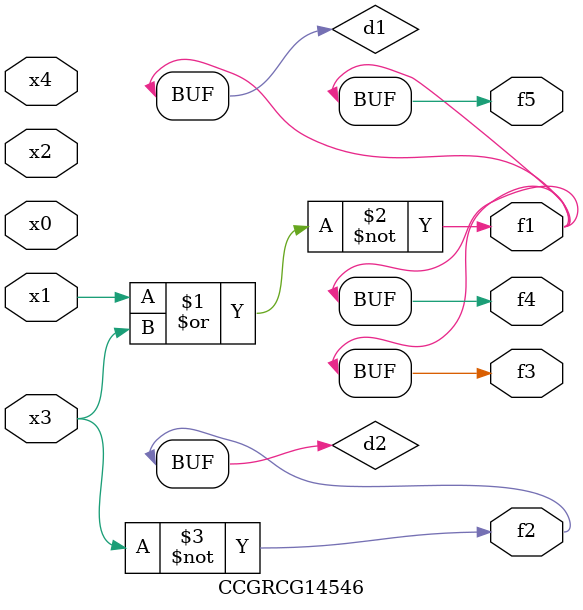
<source format=v>
module CCGRCG14546(
	input x0, x1, x2, x3, x4,
	output f1, f2, f3, f4, f5
);

	wire d1, d2;

	nor (d1, x1, x3);
	not (d2, x3);
	assign f1 = d1;
	assign f2 = d2;
	assign f3 = d1;
	assign f4 = d1;
	assign f5 = d1;
endmodule

</source>
